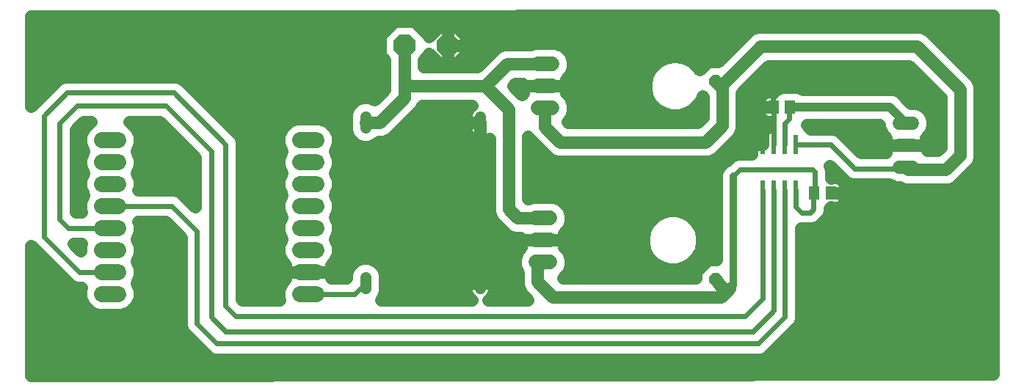
<source format=gtl>
G75*
%MOIN*%
%OFA0B0*%
%FSLAX25Y25*%
%IPPOS*%
%LPD*%
%AMOC8*
5,1,8,0,0,1.08239X$1,22.5*
%
%ADD10OC8,0.10000*%
%ADD11C,0.05150*%
%ADD12C,0.07200*%
%ADD13R,0.02362X0.08661*%
%ADD14C,0.06600*%
%ADD15C,0.06000*%
%ADD16R,0.05118X0.05906*%
%ADD17OC8,0.06000*%
%ADD18C,0.05600*%
%ADD19C,0.02400*%
%ADD20C,0.04000*%
%ADD21C,0.03200*%
D10*
X0433657Y0358969D03*
X0453343Y0358969D03*
D11*
X0468000Y0326575D02*
X0468000Y0321425D01*
X0416000Y0321425D02*
X0416000Y0326575D01*
X0416000Y0253575D02*
X0416000Y0248425D01*
X0468000Y0248425D02*
X0468000Y0253575D01*
D12*
X0393600Y0256000D02*
X0386400Y0256000D01*
X0386400Y0246000D02*
X0393600Y0246000D01*
X0393600Y0266000D02*
X0386400Y0266000D01*
X0386400Y0276000D02*
X0393600Y0276000D01*
X0393600Y0286000D02*
X0386400Y0286000D01*
X0386400Y0296000D02*
X0393600Y0296000D01*
X0393600Y0306000D02*
X0386400Y0306000D01*
X0386400Y0316000D02*
X0393600Y0316000D01*
X0303600Y0316000D02*
X0296400Y0316000D01*
X0296400Y0306000D02*
X0303600Y0306000D01*
X0303600Y0296000D02*
X0296400Y0296000D01*
X0296400Y0286000D02*
X0303600Y0286000D01*
X0303600Y0276000D02*
X0296400Y0276000D01*
X0296400Y0266000D02*
X0303600Y0266000D01*
X0303600Y0256000D02*
X0296400Y0256000D01*
X0296400Y0246000D02*
X0303600Y0246000D01*
D13*
X0596500Y0293264D03*
X0601500Y0293264D03*
X0606500Y0293264D03*
X0611500Y0293264D03*
X0611500Y0313736D03*
X0606500Y0313736D03*
X0601500Y0313736D03*
X0596500Y0313736D03*
D14*
X0500800Y0330500D02*
X0494200Y0330500D01*
X0494200Y0340500D02*
X0500800Y0340500D01*
X0500800Y0350500D02*
X0494200Y0350500D01*
X0493200Y0280500D02*
X0499800Y0280500D01*
X0499800Y0270500D02*
X0493200Y0270500D01*
X0493200Y0260500D02*
X0499800Y0260500D01*
D15*
X0658500Y0303500D02*
X0664500Y0303500D01*
X0664500Y0313500D02*
X0658500Y0313500D01*
X0658500Y0323500D02*
X0664500Y0323500D01*
D16*
X0608740Y0331000D03*
X0601260Y0331000D03*
X0619760Y0292000D03*
X0627240Y0292000D03*
D17*
X0575000Y0252500D03*
X0575000Y0342500D03*
D18*
X0263900Y0267918D02*
X0263900Y0208909D01*
X0701100Y0209391D01*
X0701100Y0372591D01*
X0263900Y0372109D01*
X0263900Y0331082D01*
X0265922Y0333104D01*
X0265922Y0333104D01*
X0274396Y0341578D01*
X0274396Y0341578D01*
X0276422Y0343604D01*
X0279068Y0344700D01*
X0330432Y0344700D01*
X0333078Y0343604D01*
X0356578Y0320104D01*
X0356578Y0320104D01*
X0358604Y0318078D01*
X0359700Y0315432D01*
X0359700Y0243482D01*
X0359982Y0243200D01*
X0377169Y0243200D01*
X0376800Y0244090D01*
X0376800Y0247910D01*
X0378262Y0251438D01*
X0379689Y0252865D01*
X0379378Y0253616D01*
X0379127Y0254553D01*
X0379000Y0255515D01*
X0379000Y0256000D01*
X0390000Y0256000D01*
X0404000Y0256000D01*
X0416500Y0268500D01*
X0407500Y0277500D01*
X0407500Y0364000D01*
X0415500Y0372000D01*
X0457500Y0372000D01*
X0453343Y0367843D01*
X0453343Y0358969D01*
X0453342Y0358969D01*
X0453342Y0367768D01*
X0449697Y0367768D01*
X0444657Y0362729D01*
X0444657Y0363525D01*
X0438214Y0369968D01*
X0429101Y0369968D01*
X0422657Y0363525D01*
X0422657Y0354412D01*
X0424857Y0352212D01*
X0424857Y0338803D01*
X0420180Y0334125D01*
X0417706Y0335150D01*
X0414294Y0335150D01*
X0411143Y0333844D01*
X0408731Y0331432D01*
X0407425Y0328280D01*
X0407425Y0326294D01*
X0407200Y0325750D01*
X0407200Y0322250D01*
X0407425Y0321706D01*
X0407425Y0319720D01*
X0408731Y0316568D01*
X0411143Y0314156D01*
X0414294Y0312850D01*
X0417706Y0312850D01*
X0420857Y0314156D01*
X0421901Y0315200D01*
X0424250Y0315200D01*
X0427485Y0316540D01*
X0438642Y0327697D01*
X0441118Y0330173D01*
X0441750Y0331700D01*
X0464208Y0331700D01*
X0463788Y0331378D01*
X0463197Y0330787D01*
X0462688Y0330124D01*
X0462270Y0329400D01*
X0461951Y0328628D01*
X0461734Y0327821D01*
X0461625Y0326993D01*
X0461625Y0324000D01*
X0468000Y0324000D01*
X0468000Y0281500D01*
X0453500Y0267000D01*
X0451500Y0269000D01*
X0417000Y0269000D01*
X0416500Y0268500D01*
X0417706Y0262150D02*
X0414294Y0262150D01*
X0411143Y0260844D01*
X0408731Y0258432D01*
X0407425Y0255280D01*
X0407425Y0253200D01*
X0400450Y0253200D01*
X0400622Y0253616D01*
X0400873Y0254553D01*
X0401000Y0255515D01*
X0401000Y0256000D01*
X0401000Y0256485D01*
X0400873Y0257447D01*
X0400622Y0258384D01*
X0400311Y0259135D01*
X0401738Y0260562D01*
X0403200Y0264090D01*
X0403200Y0267910D01*
X0401920Y0271000D01*
X0403200Y0274090D01*
X0403200Y0277910D01*
X0401920Y0281000D01*
X0403200Y0284090D01*
X0403200Y0287910D01*
X0401920Y0291000D01*
X0403200Y0294090D01*
X0403200Y0297910D01*
X0401920Y0301000D01*
X0403200Y0304090D01*
X0403200Y0307910D01*
X0401920Y0311000D01*
X0403200Y0314090D01*
X0403200Y0317910D01*
X0401738Y0321438D01*
X0399038Y0324138D01*
X0395510Y0325600D01*
X0384490Y0325600D01*
X0380962Y0324138D01*
X0378262Y0321438D01*
X0376800Y0317910D01*
X0376800Y0314090D01*
X0378080Y0311000D01*
X0376800Y0307910D01*
X0376800Y0304090D01*
X0378080Y0301000D01*
X0376800Y0297910D01*
X0376800Y0294090D01*
X0378080Y0291000D01*
X0376800Y0287910D01*
X0376800Y0284090D01*
X0378080Y0281000D01*
X0376800Y0277910D01*
X0376800Y0274090D01*
X0378080Y0271000D01*
X0376800Y0267910D01*
X0376800Y0264090D01*
X0378262Y0260562D01*
X0379689Y0259135D01*
X0379378Y0258384D01*
X0379127Y0257447D01*
X0379000Y0256485D01*
X0379000Y0256000D01*
X0390000Y0256000D01*
X0401000Y0256000D01*
X0390000Y0256000D01*
X0390000Y0256000D01*
X0390000Y0256000D01*
X0379661Y0252933D02*
X0359700Y0252933D01*
X0359700Y0247334D02*
X0376800Y0247334D01*
X0379439Y0258532D02*
X0359700Y0258532D01*
X0359700Y0264130D02*
X0376800Y0264130D01*
X0377553Y0269729D02*
X0359700Y0269729D01*
X0359700Y0275327D02*
X0376800Y0275327D01*
X0378049Y0280926D02*
X0359700Y0280926D01*
X0359700Y0286524D02*
X0376800Y0286524D01*
X0377615Y0292123D02*
X0359700Y0292123D01*
X0359700Y0297721D02*
X0376800Y0297721D01*
X0377119Y0303320D02*
X0359700Y0303320D01*
X0359700Y0308918D02*
X0377218Y0308918D01*
X0376800Y0314517D02*
X0359700Y0314517D01*
X0356567Y0320115D02*
X0377714Y0320115D01*
X0402286Y0320115D02*
X0407425Y0320115D01*
X0410782Y0314517D02*
X0403200Y0314517D01*
X0402782Y0308918D02*
X0472200Y0308918D01*
X0472200Y0314517D02*
X0421218Y0314517D01*
X0431060Y0320115D02*
X0461751Y0320115D01*
X0461734Y0320179D02*
X0461951Y0319372D01*
X0462270Y0318600D01*
X0462688Y0317876D01*
X0463197Y0317213D01*
X0463788Y0316622D01*
X0464451Y0316113D01*
X0465174Y0315696D01*
X0465946Y0315376D01*
X0466754Y0315159D01*
X0467582Y0315050D01*
X0468000Y0315050D01*
X0468418Y0315050D01*
X0469246Y0315159D01*
X0470054Y0315376D01*
X0470826Y0315696D01*
X0471549Y0316113D01*
X0472200Y0316613D01*
X0472200Y0282750D01*
X0473540Y0279515D01*
X0480015Y0273040D01*
X0483250Y0271700D01*
X0486197Y0271700D01*
X0486100Y0270965D01*
X0486100Y0270500D01*
X0496500Y0270500D01*
X0485500Y0270500D01*
X0468000Y0253000D01*
X0468000Y0251000D01*
X0468000Y0252500D01*
X0453500Y0267000D01*
X0463197Y0257787D02*
X0462688Y0257124D01*
X0462270Y0256400D01*
X0461951Y0255628D01*
X0461734Y0254821D01*
X0461625Y0253993D01*
X0461625Y0251000D01*
X0468000Y0251000D01*
X0468000Y0251000D01*
X0468000Y0259950D01*
X0467582Y0259950D01*
X0466754Y0259841D01*
X0465946Y0259624D01*
X0465174Y0259304D01*
X0464451Y0258887D01*
X0463788Y0258378D01*
X0463197Y0257787D01*
X0463988Y0258532D02*
X0423170Y0258532D01*
X0423269Y0258432D02*
X0420857Y0260844D01*
X0417706Y0262150D01*
X0423269Y0258432D02*
X0424575Y0255280D01*
X0424575Y0246720D01*
X0423269Y0243568D01*
X0422901Y0243200D01*
X0464338Y0243200D01*
X0463788Y0243622D01*
X0463197Y0244213D01*
X0462688Y0244876D01*
X0462270Y0245600D01*
X0461951Y0246372D01*
X0461734Y0247179D01*
X0461625Y0248007D01*
X0461625Y0251000D01*
X0468000Y0251000D01*
X0474375Y0251000D01*
X0474375Y0253993D01*
X0474266Y0254821D01*
X0474049Y0255628D01*
X0473730Y0256400D01*
X0473312Y0257124D01*
X0472803Y0257787D01*
X0472212Y0258378D01*
X0471549Y0258887D01*
X0470826Y0259304D01*
X0470054Y0259624D01*
X0469246Y0259841D01*
X0468418Y0259950D01*
X0468000Y0259950D01*
X0468000Y0251000D01*
X0468000Y0251000D01*
X0468000Y0251000D01*
X0474375Y0251000D01*
X0474375Y0248007D01*
X0474266Y0247179D01*
X0474049Y0246372D01*
X0473730Y0245600D01*
X0473312Y0244876D01*
X0472803Y0244213D01*
X0472212Y0243622D01*
X0471662Y0243200D01*
X0489855Y0243200D01*
X0486540Y0246515D01*
X0485200Y0249750D01*
X0485200Y0255512D01*
X0483900Y0258650D01*
X0483900Y0262350D01*
X0485316Y0265768D01*
X0486849Y0267301D01*
X0486819Y0267353D01*
X0486462Y0268213D01*
X0486221Y0269112D01*
X0486100Y0270035D01*
X0486100Y0270500D01*
X0496500Y0270500D01*
X0506900Y0270500D01*
X0506900Y0270965D01*
X0506779Y0271888D01*
X0506538Y0272787D01*
X0506181Y0273647D01*
X0506151Y0273699D01*
X0507684Y0275232D01*
X0509100Y0278650D01*
X0509100Y0282350D01*
X0507684Y0285768D01*
X0505068Y0288384D01*
X0501650Y0289800D01*
X0491350Y0289800D01*
X0490143Y0289300D01*
X0489800Y0289300D01*
X0489800Y0317594D01*
X0490040Y0317015D01*
X0497040Y0310015D01*
X0499515Y0307540D01*
X0502750Y0306200D01*
X0572250Y0306200D01*
X0575485Y0307540D01*
X0582985Y0315040D01*
X0585460Y0317515D01*
X0586800Y0320750D01*
X0586800Y0337355D01*
X0599145Y0349700D01*
X0662855Y0349700D01*
X0677200Y0335355D01*
X0677200Y0312645D01*
X0675855Y0311300D01*
X0670949Y0311300D01*
X0670953Y0311310D01*
X0671184Y0312171D01*
X0671300Y0313054D01*
X0671300Y0313500D01*
X0671300Y0313946D01*
X0671184Y0314829D01*
X0670953Y0315690D01*
X0670612Y0316514D01*
X0670476Y0316749D01*
X0672130Y0318402D01*
X0673500Y0321710D01*
X0673500Y0325290D01*
X0672130Y0328598D01*
X0669598Y0331130D01*
X0666290Y0332500D01*
X0663814Y0332500D01*
X0660782Y0335532D01*
X0658532Y0337782D01*
X0655591Y0339000D01*
X0614737Y0339000D01*
X0614698Y0339039D01*
X0612493Y0339953D01*
X0604988Y0339953D01*
X0602782Y0339039D01*
X0601496Y0337753D01*
X0601260Y0337753D01*
X0601260Y0337517D01*
X0601260Y0337517D01*
X0601260Y0337753D01*
X0598327Y0337753D01*
X0597592Y0337607D01*
X0596901Y0337320D01*
X0596278Y0336904D01*
X0595749Y0336375D01*
X0595333Y0335753D01*
X0595047Y0335061D01*
X0594901Y0334327D01*
X0594901Y0331000D01*
X0600181Y0331000D01*
X0600181Y0331000D01*
X0594901Y0331000D01*
X0594901Y0327673D01*
X0595047Y0326939D01*
X0595333Y0326247D01*
X0595749Y0325625D01*
X0596278Y0325096D01*
X0596901Y0324680D01*
X0597592Y0324393D01*
X0598327Y0324247D01*
X0599300Y0324247D01*
X0599300Y0321739D01*
X0599210Y0321721D01*
X0599000Y0321634D01*
X0598790Y0321721D01*
X0598055Y0321867D01*
X0596500Y0321867D01*
X0596500Y0313736D01*
X0591519Y0313736D01*
X0591519Y0309700D01*
X0584568Y0309700D01*
X0581922Y0308604D01*
X0579896Y0306578D01*
X0579661Y0306343D01*
X0578695Y0305943D01*
X0576557Y0303805D01*
X0575400Y0301012D01*
X0575400Y0261500D01*
X0571272Y0261500D01*
X0566000Y0256228D01*
X0566000Y0253300D01*
X0505752Y0253300D01*
X0507684Y0255232D01*
X0509100Y0258650D01*
X0509100Y0262350D01*
X0507684Y0265768D01*
X0506151Y0267301D01*
X0506181Y0267353D01*
X0506538Y0268213D01*
X0506779Y0269112D01*
X0506900Y0270035D01*
X0506900Y0270500D01*
X0496500Y0270500D01*
X0496500Y0270500D01*
X0496500Y0270500D01*
X0506860Y0269729D02*
X0542200Y0269729D01*
X0542200Y0268749D02*
X0542200Y0272251D01*
X0543106Y0275634D01*
X0544857Y0278666D01*
X0547334Y0281143D01*
X0550366Y0282894D01*
X0553749Y0283800D01*
X0557251Y0283800D01*
X0560634Y0282894D01*
X0563666Y0281143D01*
X0566143Y0278666D01*
X0567894Y0275634D01*
X0568800Y0272251D01*
X0568800Y0268749D01*
X0567894Y0265366D01*
X0566143Y0262334D01*
X0563666Y0259857D01*
X0560634Y0258106D01*
X0557251Y0257200D01*
X0553749Y0257200D01*
X0550366Y0258106D01*
X0547334Y0259857D01*
X0544857Y0262334D01*
X0543106Y0265366D01*
X0542200Y0268749D01*
X0543820Y0264130D02*
X0508363Y0264130D01*
X0509051Y0258532D02*
X0549630Y0258532D01*
X0561370Y0258532D02*
X0568304Y0258532D01*
X0567180Y0264130D02*
X0575400Y0264130D01*
X0575400Y0269729D02*
X0568800Y0269729D01*
X0567976Y0275327D02*
X0575400Y0275327D01*
X0575400Y0280926D02*
X0563883Y0280926D01*
X0575400Y0286524D02*
X0506928Y0286524D01*
X0509100Y0280926D02*
X0547117Y0280926D01*
X0543024Y0275327D02*
X0507724Y0275327D01*
X0496500Y0280500D02*
X0485000Y0280500D01*
X0481000Y0284500D01*
X0481000Y0330000D01*
X0470500Y0340500D01*
X0435657Y0340500D01*
X0433657Y0342500D01*
X0433657Y0358969D01*
X0422657Y0359305D02*
X0263900Y0359305D01*
X0263900Y0353706D02*
X0423363Y0353706D01*
X0424857Y0348108D02*
X0263900Y0348108D01*
X0263900Y0342509D02*
X0275327Y0342509D01*
X0269728Y0336911D02*
X0263900Y0336911D01*
X0263900Y0331312D02*
X0264130Y0331312D01*
X0284200Y0320518D02*
X0287982Y0324300D01*
X0291352Y0324300D01*
X0290962Y0324138D01*
X0288262Y0321438D01*
X0286800Y0317910D01*
X0286800Y0314090D01*
X0288080Y0311000D01*
X0286800Y0307910D01*
X0286800Y0304090D01*
X0288080Y0301000D01*
X0286800Y0297910D01*
X0286800Y0294090D01*
X0288080Y0291000D01*
X0286800Y0287910D01*
X0286800Y0284090D01*
X0287169Y0283200D01*
X0284200Y0283200D01*
X0284200Y0320518D01*
X0284200Y0320115D02*
X0287714Y0320115D01*
X0286800Y0314517D02*
X0284200Y0314517D01*
X0284200Y0308918D02*
X0287218Y0308918D01*
X0287119Y0303320D02*
X0284200Y0303320D01*
X0284200Y0297721D02*
X0286800Y0297721D01*
X0287615Y0292123D02*
X0284200Y0292123D01*
X0284200Y0286524D02*
X0286800Y0286524D01*
X0312831Y0293200D02*
X0313200Y0294090D01*
X0313200Y0297910D01*
X0311920Y0301000D01*
X0313200Y0304090D01*
X0313200Y0307910D01*
X0311920Y0311000D01*
X0313200Y0314090D01*
X0313200Y0317910D01*
X0311738Y0321438D01*
X0309038Y0324138D01*
X0308648Y0324300D01*
X0322518Y0324300D01*
X0338800Y0308018D01*
X0338800Y0285382D01*
X0334104Y0290078D01*
X0332078Y0292104D01*
X0329432Y0293200D01*
X0312831Y0293200D01*
X0313200Y0297721D02*
X0338800Y0297721D01*
X0338800Y0303320D02*
X0312881Y0303320D01*
X0312782Y0308918D02*
X0337900Y0308918D01*
X0332301Y0314517D02*
X0313200Y0314517D01*
X0312286Y0320115D02*
X0326703Y0320115D01*
X0345370Y0331312D02*
X0408681Y0331312D01*
X0407200Y0325714D02*
X0350969Y0325714D01*
X0339772Y0336911D02*
X0422966Y0336911D01*
X0424857Y0342509D02*
X0334173Y0342509D01*
X0263900Y0364903D02*
X0424036Y0364903D01*
X0443279Y0364903D02*
X0446832Y0364903D01*
X0453342Y0364903D02*
X0453343Y0364903D01*
X0453343Y0367768D02*
X0453343Y0358969D01*
X0462143Y0358969D01*
X0462143Y0362614D01*
X0456988Y0367768D01*
X0453343Y0367768D01*
X0459853Y0364903D02*
X0589458Y0364903D01*
X0590515Y0365960D02*
X0588040Y0363485D01*
X0576055Y0351500D01*
X0571272Y0351500D01*
X0567617Y0347845D01*
X0567143Y0348666D01*
X0564666Y0351143D01*
X0561634Y0352894D01*
X0558251Y0353800D01*
X0554749Y0353800D01*
X0551366Y0352894D01*
X0548334Y0351143D01*
X0545857Y0348666D01*
X0544106Y0345634D01*
X0543200Y0342251D01*
X0543200Y0338749D01*
X0544106Y0335366D01*
X0545857Y0332334D01*
X0548334Y0329857D01*
X0551366Y0328106D01*
X0554749Y0327200D01*
X0558251Y0327200D01*
X0561634Y0328106D01*
X0564666Y0329857D01*
X0567143Y0332334D01*
X0568894Y0335366D01*
X0569002Y0335770D01*
X0569200Y0335572D01*
X0569200Y0326145D01*
X0566855Y0323800D01*
X0508145Y0323800D01*
X0507699Y0324246D01*
X0508684Y0325232D01*
X0510100Y0328650D01*
X0510100Y0332350D01*
X0508684Y0335768D01*
X0507151Y0337301D01*
X0507181Y0337353D01*
X0507538Y0338213D01*
X0507779Y0339112D01*
X0507900Y0340035D01*
X0507900Y0340500D01*
X0507900Y0340965D01*
X0507779Y0341888D01*
X0507538Y0342787D01*
X0507181Y0343647D01*
X0507151Y0343699D01*
X0508684Y0345232D01*
X0510100Y0348650D01*
X0510100Y0352350D01*
X0508684Y0355768D01*
X0506068Y0358384D01*
X0502650Y0359800D01*
X0492350Y0359800D01*
X0491143Y0359300D01*
X0478750Y0359300D01*
X0475515Y0357960D01*
X0466855Y0349300D01*
X0442457Y0349300D01*
X0442457Y0352212D01*
X0444657Y0354412D01*
X0444657Y0355208D01*
X0449697Y0350169D01*
X0453342Y0350168D01*
X0453342Y0358968D01*
X0453343Y0358968D01*
X0453343Y0358969D01*
X0453343Y0358968D02*
X0462143Y0358968D01*
X0462143Y0355323D01*
X0456988Y0350169D01*
X0453343Y0350169D01*
X0453343Y0358968D01*
X0453342Y0359305D02*
X0453343Y0359305D01*
X0453342Y0353706D02*
X0453343Y0353706D01*
X0460525Y0353706D02*
X0471261Y0353706D01*
X0480500Y0350500D02*
X0470500Y0340500D01*
X0482945Y0340500D02*
X0484145Y0341700D01*
X0487197Y0341700D01*
X0487100Y0340965D01*
X0487100Y0340500D01*
X0497500Y0340500D01*
X0510500Y0340500D01*
X0520500Y0350500D01*
X0520500Y0355000D01*
X0520500Y0357000D01*
X0505500Y0372000D01*
X0457500Y0372000D01*
X0462143Y0359305D02*
X0491154Y0359305D01*
X0497500Y0350500D02*
X0480500Y0350500D01*
X0482945Y0340500D02*
X0486996Y0336449D01*
X0487849Y0337301D01*
X0487819Y0337353D01*
X0487462Y0338213D01*
X0487221Y0339112D01*
X0487100Y0340035D01*
X0487100Y0340500D01*
X0497500Y0340500D01*
X0507900Y0340500D01*
X0497500Y0340500D01*
X0497500Y0340500D01*
X0497500Y0340500D01*
X0507612Y0342509D02*
X0543269Y0342509D01*
X0543693Y0336911D02*
X0507541Y0336911D01*
X0510100Y0331312D02*
X0546879Y0331312D01*
X0566121Y0331312D02*
X0569200Y0331312D01*
X0568769Y0325714D02*
X0508884Y0325714D01*
X0504500Y0315000D02*
X0497500Y0322000D01*
X0497500Y0330500D01*
X0487458Y0336911D02*
X0486534Y0336911D01*
X0463722Y0331312D02*
X0441590Y0331312D01*
X0436659Y0325714D02*
X0461625Y0325714D01*
X0461625Y0324000D02*
X0461625Y0321007D01*
X0461734Y0320179D01*
X0461625Y0324000D02*
X0468000Y0324000D01*
X0468000Y0315050D01*
X0468000Y0324000D01*
X0468000Y0324000D01*
X0468000Y0324000D01*
X0468000Y0320115D02*
X0468000Y0320115D01*
X0489800Y0314517D02*
X0492538Y0314517D01*
X0489800Y0308918D02*
X0498137Y0308918D01*
X0504500Y0315000D02*
X0570500Y0315000D01*
X0578000Y0322500D01*
X0578000Y0341000D01*
X0595500Y0358500D01*
X0666500Y0358500D01*
X0686000Y0339000D01*
X0686000Y0309000D01*
X0679500Y0302500D01*
X0662500Y0302500D01*
X0661500Y0303500D01*
X0658818Y0294500D02*
X0656710Y0294500D01*
X0653571Y0295800D01*
X0636568Y0295800D01*
X0633922Y0296896D01*
X0631896Y0298922D01*
X0626715Y0304102D01*
X0627200Y0302932D01*
X0627200Y0298753D01*
X0627240Y0298753D01*
X0627240Y0298517D01*
X0627240Y0298517D01*
X0627240Y0298753D01*
X0630173Y0298753D01*
X0630908Y0298607D01*
X0631599Y0298320D01*
X0632222Y0297904D01*
X0632751Y0297375D01*
X0633167Y0296753D01*
X0633453Y0296061D01*
X0633599Y0295327D01*
X0633599Y0292000D01*
X0628319Y0292000D01*
X0628319Y0292000D01*
X0633599Y0292000D01*
X0633599Y0288673D01*
X0633453Y0287939D01*
X0633167Y0287247D01*
X0632751Y0286625D01*
X0632222Y0286096D01*
X0631599Y0285680D01*
X0630908Y0285393D01*
X0630173Y0285247D01*
X0627240Y0285247D01*
X0627240Y0285483D01*
X0627240Y0285483D01*
X0627240Y0285247D01*
X0627004Y0285247D01*
X0626700Y0284943D01*
X0626700Y0283068D01*
X0625604Y0280422D01*
X0623578Y0278396D01*
X0622078Y0276896D01*
X0619432Y0275800D01*
X0613700Y0275800D01*
X0613700Y0234068D01*
X0612604Y0231422D01*
X0600604Y0219422D01*
X0598578Y0217396D01*
X0595932Y0216300D01*
X0347068Y0216300D01*
X0344422Y0217396D01*
X0335422Y0226396D01*
X0333396Y0228422D01*
X0332300Y0231068D01*
X0332300Y0271518D01*
X0325018Y0278800D01*
X0312831Y0278800D01*
X0313200Y0277910D01*
X0313200Y0274090D01*
X0311920Y0271000D01*
X0313200Y0267910D01*
X0313200Y0264090D01*
X0311920Y0261000D01*
X0313200Y0257910D01*
X0313200Y0254090D01*
X0311920Y0251000D01*
X0313200Y0247910D01*
X0313200Y0244090D01*
X0311738Y0240562D01*
X0309038Y0237862D01*
X0305510Y0236400D01*
X0294490Y0236400D01*
X0290962Y0237862D01*
X0288262Y0240562D01*
X0286800Y0244090D01*
X0286800Y0247910D01*
X0287169Y0248800D01*
X0284568Y0248800D01*
X0281922Y0249896D01*
X0265922Y0265896D01*
X0263900Y0267918D01*
X0263900Y0264130D02*
X0267688Y0264130D01*
X0263900Y0258532D02*
X0273286Y0258532D01*
X0278885Y0252933D02*
X0263900Y0252933D01*
X0263900Y0247334D02*
X0286800Y0247334D01*
X0287775Y0241736D02*
X0263900Y0241736D01*
X0263900Y0236137D02*
X0332300Y0236137D01*
X0332519Y0230539D02*
X0263900Y0230539D01*
X0263900Y0224940D02*
X0336877Y0224940D01*
X0342476Y0219342D02*
X0263900Y0219342D01*
X0263900Y0213743D02*
X0701100Y0213743D01*
X0701100Y0219342D02*
X0600524Y0219342D01*
X0606123Y0224940D02*
X0701100Y0224940D01*
X0701100Y0230539D02*
X0611721Y0230539D01*
X0613700Y0236137D02*
X0701100Y0236137D01*
X0701100Y0241736D02*
X0613700Y0241736D01*
X0613700Y0247334D02*
X0701100Y0247334D01*
X0701100Y0252933D02*
X0613700Y0252933D01*
X0613700Y0258532D02*
X0701100Y0258532D01*
X0701100Y0264130D02*
X0613700Y0264130D01*
X0613700Y0269729D02*
X0701100Y0269729D01*
X0701100Y0275327D02*
X0613700Y0275327D01*
X0625813Y0280926D02*
X0701100Y0280926D01*
X0701100Y0286524D02*
X0632650Y0286524D01*
X0633599Y0292123D02*
X0701100Y0292123D01*
X0701100Y0297721D02*
X0687166Y0297721D01*
X0684485Y0295040D02*
X0681250Y0293700D01*
X0660750Y0293700D01*
X0658818Y0294500D01*
X0684485Y0295040D02*
X0693460Y0304015D01*
X0694800Y0307250D01*
X0694800Y0340750D01*
X0693460Y0343985D01*
X0673960Y0363485D01*
X0671485Y0365960D01*
X0668250Y0367300D01*
X0593750Y0367300D01*
X0590515Y0365960D01*
X0583860Y0359305D02*
X0503846Y0359305D01*
X0509538Y0353706D02*
X0554399Y0353706D01*
X0558601Y0353706D02*
X0578261Y0353706D01*
X0567880Y0348108D02*
X0567465Y0348108D01*
X0575000Y0342500D02*
X0576500Y0341000D01*
X0578000Y0341000D01*
X0586800Y0336911D02*
X0596288Y0336911D01*
X0591954Y0342509D02*
X0670046Y0342509D01*
X0675644Y0336911D02*
X0659403Y0336911D01*
X0669158Y0331312D02*
X0677200Y0331312D01*
X0677200Y0325714D02*
X0673325Y0325714D01*
X0672839Y0320115D02*
X0677200Y0320115D01*
X0677200Y0314517D02*
X0671225Y0314517D01*
X0671300Y0313500D02*
X0661500Y0313500D01*
X0661500Y0313500D01*
X0661500Y0313500D01*
X0651700Y0313500D01*
X0651700Y0313946D01*
X0651816Y0314829D01*
X0652047Y0315690D01*
X0652388Y0316514D01*
X0652524Y0316749D01*
X0650870Y0318402D01*
X0649500Y0321710D01*
X0649500Y0323000D01*
X0616233Y0323000D01*
X0617768Y0321466D01*
X0617987Y0320936D01*
X0628696Y0320936D01*
X0631342Y0319840D01*
X0640982Y0310200D01*
X0652472Y0310200D01*
X0652524Y0310251D01*
X0652388Y0310486D01*
X0652047Y0311310D01*
X0651816Y0312171D01*
X0651700Y0313054D01*
X0651700Y0313500D01*
X0661500Y0313500D01*
X0671300Y0313500D01*
X0651775Y0314517D02*
X0636666Y0314517D01*
X0630678Y0320115D02*
X0650161Y0320115D01*
X0627498Y0303320D02*
X0627040Y0303320D01*
X0632405Y0297721D02*
X0633097Y0297721D01*
X0596500Y0313736D02*
X0596500Y0313736D01*
X0596500Y0313736D01*
X0591519Y0313736D01*
X0591519Y0318441D01*
X0591665Y0319175D01*
X0591951Y0319867D01*
X0592367Y0320489D01*
X0592897Y0321019D01*
X0593519Y0321434D01*
X0594210Y0321721D01*
X0594945Y0321867D01*
X0596500Y0321867D01*
X0596500Y0313736D01*
X0596500Y0314517D02*
X0596500Y0314517D01*
X0591519Y0314517D02*
X0582462Y0314517D01*
X0582680Y0308918D02*
X0576863Y0308918D01*
X0576356Y0303320D02*
X0489800Y0303320D01*
X0489800Y0297721D02*
X0575400Y0297721D01*
X0575400Y0292123D02*
X0489800Y0292123D01*
X0472200Y0292123D02*
X0402385Y0292123D01*
X0403200Y0286524D02*
X0472200Y0286524D01*
X0472956Y0280926D02*
X0401951Y0280926D01*
X0403200Y0275327D02*
X0477728Y0275327D01*
X0486140Y0269729D02*
X0402447Y0269729D01*
X0403200Y0264130D02*
X0484637Y0264130D01*
X0483949Y0258532D02*
X0472012Y0258532D01*
X0468000Y0258532D02*
X0468000Y0258532D01*
X0468000Y0252933D02*
X0468000Y0252933D01*
X0474375Y0252933D02*
X0485200Y0252933D01*
X0486200Y0247334D02*
X0474286Y0247334D01*
X0461714Y0247334D02*
X0424575Y0247334D01*
X0424575Y0252933D02*
X0461625Y0252933D01*
X0494000Y0251500D02*
X0501000Y0244500D01*
X0577500Y0244500D01*
X0579750Y0246750D01*
X0579750Y0247250D01*
X0576500Y0250500D01*
X0576500Y0251000D01*
X0575000Y0252500D01*
X0579750Y0246750D02*
X0581500Y0248500D01*
X0496500Y0260500D02*
X0494000Y0258000D01*
X0494000Y0251500D01*
X0408830Y0258532D02*
X0400561Y0258532D01*
X0338800Y0286524D02*
X0337658Y0286524D01*
X0338800Y0292123D02*
X0332033Y0292123D01*
X0328491Y0275327D02*
X0313200Y0275327D01*
X0312447Y0269729D02*
X0332300Y0269729D01*
X0332300Y0264130D02*
X0313200Y0264130D01*
X0312942Y0258532D02*
X0332300Y0258532D01*
X0332300Y0252933D02*
X0312721Y0252933D01*
X0313200Y0247334D02*
X0332300Y0247334D01*
X0332300Y0241736D02*
X0312225Y0241736D01*
X0286800Y0265382D02*
X0283382Y0268800D01*
X0287169Y0268800D01*
X0286800Y0267910D01*
X0286800Y0265382D01*
X0403200Y0297721D02*
X0472200Y0297721D01*
X0472200Y0303320D02*
X0402881Y0303320D01*
X0416000Y0324000D02*
X0422500Y0324000D01*
X0433657Y0335157D01*
X0433657Y0342500D01*
X0443952Y0353706D02*
X0446160Y0353706D01*
X0509875Y0348108D02*
X0545535Y0348108D01*
X0586800Y0331312D02*
X0594901Y0331312D01*
X0595690Y0325714D02*
X0586800Y0325714D01*
X0586537Y0320115D02*
X0592117Y0320115D01*
X0596500Y0320115D02*
X0596500Y0320115D01*
X0597553Y0348108D02*
X0664447Y0348108D01*
X0678140Y0359305D02*
X0701100Y0359305D01*
X0701100Y0353706D02*
X0683739Y0353706D01*
X0689337Y0348108D02*
X0701100Y0348108D01*
X0701100Y0342509D02*
X0694071Y0342509D01*
X0694800Y0336911D02*
X0701100Y0336911D01*
X0701100Y0331312D02*
X0694800Y0331312D01*
X0694800Y0325714D02*
X0701100Y0325714D01*
X0701100Y0320115D02*
X0694800Y0320115D01*
X0694800Y0314517D02*
X0701100Y0314517D01*
X0701100Y0308918D02*
X0694800Y0308918D01*
X0692765Y0303320D02*
X0701100Y0303320D01*
X0701100Y0364903D02*
X0672542Y0364903D01*
X0701100Y0370502D02*
X0263900Y0370502D01*
D19*
X0280500Y0337500D02*
X0329000Y0337500D01*
X0352500Y0314000D01*
X0352500Y0240500D01*
X0357000Y0236000D01*
X0588500Y0236000D01*
X0596500Y0244000D01*
X0596500Y0293264D01*
X0601500Y0293264D02*
X0601500Y0238500D01*
X0592000Y0229000D01*
X0352500Y0229000D01*
X0346000Y0235500D01*
X0346000Y0311000D01*
X0325500Y0331500D01*
X0285000Y0331500D01*
X0277000Y0323500D01*
X0277000Y0280000D01*
X0281000Y0276000D01*
X0300000Y0276000D01*
X0300000Y0286000D02*
X0328000Y0286000D01*
X0339500Y0274500D01*
X0339500Y0232500D01*
X0348500Y0223500D01*
X0594500Y0223500D01*
X0606500Y0235500D01*
X0606500Y0293264D01*
X0611500Y0293264D02*
X0611500Y0285500D01*
X0614000Y0283000D01*
X0618000Y0283000D01*
X0619500Y0284500D01*
X0619500Y0291740D01*
X0619760Y0292000D01*
X0620000Y0292240D01*
X0620000Y0301500D01*
X0619000Y0302500D01*
X0586000Y0302500D01*
X0583000Y0299500D01*
X0571500Y0305500D02*
X0525000Y0305500D01*
X0515000Y0295500D01*
X0515000Y0274500D01*
X0511000Y0270500D01*
X0496500Y0270500D01*
X0571500Y0305500D02*
X0579736Y0313736D01*
X0596500Y0313736D01*
X0596500Y0322500D01*
X0597000Y0323000D01*
X0601500Y0323000D01*
X0601500Y0313736D01*
X0606500Y0313736D02*
X0606500Y0323500D01*
X0608500Y0325500D01*
X0608500Y0330760D01*
X0608740Y0331000D01*
X0601500Y0330760D02*
X0601500Y0323000D01*
X0601500Y0330760D02*
X0601260Y0331000D01*
X0601000Y0331260D01*
X0601000Y0335000D01*
X0605000Y0339000D01*
X0669000Y0339000D01*
X0676000Y0332000D01*
X0676000Y0321000D01*
X0668500Y0313500D01*
X0661500Y0313500D01*
X0661500Y0303500D02*
X0661000Y0303000D01*
X0638000Y0303000D01*
X0627264Y0313736D01*
X0611500Y0313736D01*
X0627240Y0292000D02*
X0690000Y0292000D01*
X0698500Y0300500D01*
X0698500Y0346500D01*
X0688000Y0357000D01*
X0522500Y0357000D02*
X0520500Y0355000D01*
X0416000Y0251000D02*
X0411000Y0246000D01*
X0390000Y0246000D01*
X0300000Y0256000D02*
X0286000Y0256000D01*
X0270000Y0272000D01*
X0270000Y0327000D01*
X0280500Y0337500D01*
D20*
X0608740Y0331000D02*
X0654000Y0331000D01*
X0661500Y0323500D01*
D21*
X0583000Y0299500D02*
X0583000Y0250000D01*
X0581500Y0248500D01*
M02*

</source>
